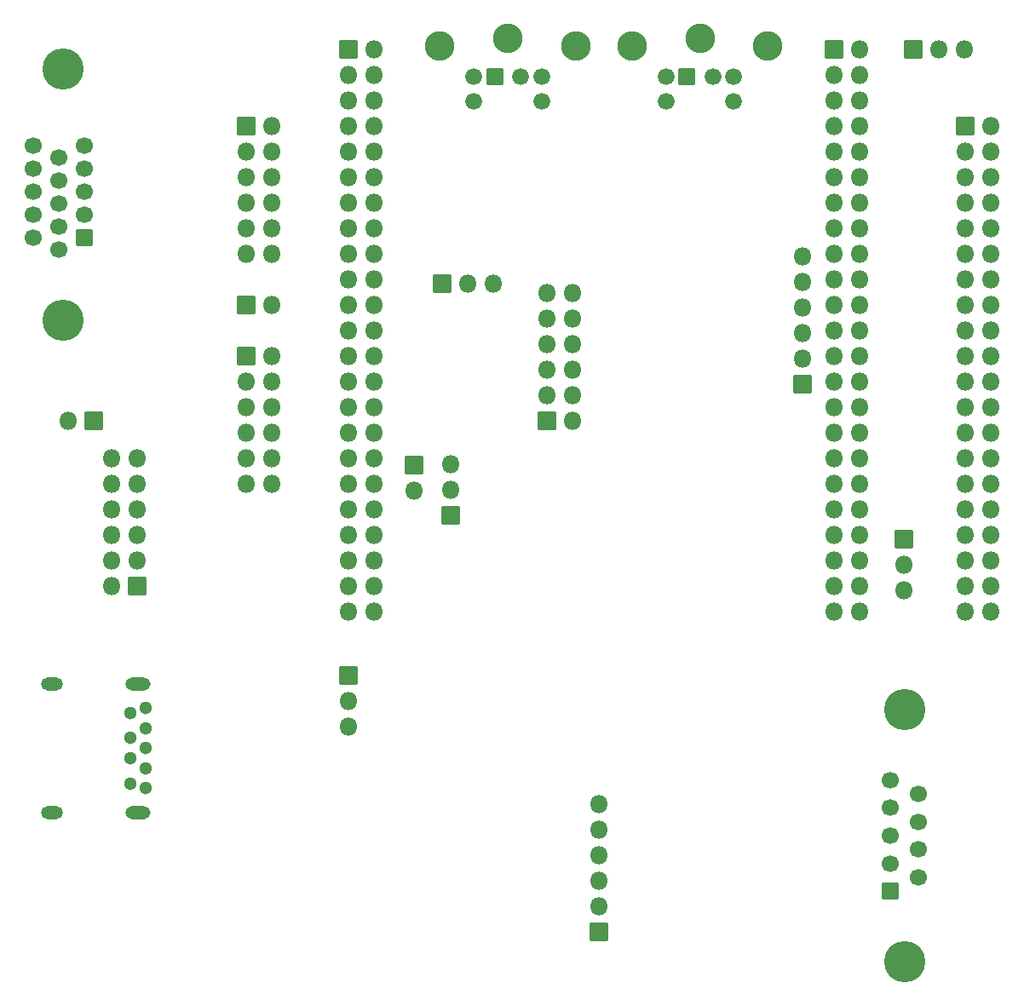
<source format=gbr>
%TF.GenerationSoftware,KiCad,Pcbnew,6.0.0-d3dd2cf0fa~116~ubuntu20.04.1*%
%TF.CreationDate,2022-03-13T21:12:50+01:00*%
%TF.ProjectId,arrow_deca_retro_cape,6172726f-775f-4646-9563-615f72657472,0.71*%
%TF.SameCoordinates,Original*%
%TF.FileFunction,Soldermask,Bot*%
%TF.FilePolarity,Negative*%
%FSLAX46Y46*%
G04 Gerber Fmt 4.6, Leading zero omitted, Abs format (unit mm)*
G04 Created by KiCad (PCBNEW 6.0.0-d3dd2cf0fa~116~ubuntu20.04.1) date 2022-03-13 21:12:50*
%MOMM*%
%LPD*%
G01*
G04 APERTURE LIST*
G04 Aperture macros list*
%AMRoundRect*
0 Rectangle with rounded corners*
0 $1 Rounding radius*
0 $2 $3 $4 $5 $6 $7 $8 $9 X,Y pos of 4 corners*
0 Add a 4 corners polygon primitive as box body*
4,1,4,$2,$3,$4,$5,$6,$7,$8,$9,$2,$3,0*
0 Add four circle primitives for the rounded corners*
1,1,$1+$1,$2,$3*
1,1,$1+$1,$4,$5*
1,1,$1+$1,$6,$7*
1,1,$1+$1,$8,$9*
0 Add four rect primitives between the rounded corners*
20,1,$1+$1,$2,$3,$4,$5,0*
20,1,$1+$1,$4,$5,$6,$7,0*
20,1,$1+$1,$6,$7,$8,$9,0*
20,1,$1+$1,$8,$9,$2,$3,0*%
G04 Aperture macros list end*
%ADD10RoundRect,0.050000X-0.850000X-0.850000X0.850000X-0.850000X0.850000X0.850000X-0.850000X0.850000X0*%
%ADD11O,1.800000X1.800000*%
%ADD12RoundRect,0.050000X0.850000X-0.850000X0.850000X0.850000X-0.850000X0.850000X-0.850000X-0.850000X0*%
%ADD13C,4.100000*%
%ADD14RoundRect,0.050000X-0.800000X0.800000X-0.800000X-0.800000X0.800000X-0.800000X0.800000X0.800000X0*%
%ADD15C,1.700000*%
%ADD16RoundRect,0.050000X0.850000X0.850000X-0.850000X0.850000X-0.850000X-0.850000X0.850000X-0.850000X0*%
%ADD17C,1.300000*%
%ADD18O,2.500000X1.300000*%
%ADD19O,2.200000X1.300000*%
%ADD20RoundRect,0.050800X-0.787400X-0.787400X0.787400X-0.787400X0.787400X0.787400X-0.787400X0.787400X0*%
%ADD21C,1.676400*%
%ADD22C,2.946400*%
%ADD23RoundRect,0.050000X0.800000X-0.800000X0.800000X0.800000X-0.800000X0.800000X-0.800000X-0.800000X0*%
%ADD24RoundRect,0.050000X-0.850000X0.850000X-0.850000X-0.850000X0.850000X-0.850000X0.850000X0.850000X0*%
G04 APERTURE END LIST*
D10*
%TO.C,J9*%
X116825331Y-45645000D03*
D11*
X119365331Y-45645000D03*
X116825331Y-48185000D03*
X119365331Y-48185000D03*
X116825331Y-50725000D03*
X119365331Y-50725000D03*
X116825331Y-53265000D03*
X119365331Y-53265000D03*
X116825331Y-55805000D03*
X119365331Y-55805000D03*
X116825331Y-58345000D03*
X119365331Y-58345000D03*
X116825331Y-60885000D03*
X119365331Y-60885000D03*
X116825331Y-63425000D03*
X119365331Y-63425000D03*
X116825331Y-65965000D03*
X119365331Y-65965000D03*
X116825331Y-68505000D03*
X119365331Y-68505000D03*
X116825331Y-71045000D03*
X119365331Y-71045000D03*
X116825331Y-73585000D03*
X119365331Y-73585000D03*
X116825331Y-76125000D03*
X119365331Y-76125000D03*
X116825331Y-78665000D03*
X119365331Y-78665000D03*
X116825331Y-81205000D03*
X119365331Y-81205000D03*
X116825331Y-83745000D03*
X119365331Y-83745000D03*
X116825331Y-86285000D03*
X119365331Y-86285000D03*
X116825331Y-88825000D03*
X119365331Y-88825000D03*
X116825331Y-91365000D03*
X119365331Y-91365000D03*
X116825331Y-93905000D03*
X119365331Y-93905000D03*
X116825331Y-96445000D03*
X119365331Y-96445000D03*
X116825331Y-98985000D03*
X119365331Y-98985000D03*
X116825331Y-101525000D03*
X119365331Y-101525000D03*
%TD*%
D10*
%TO.C,J8*%
X165085331Y-45645000D03*
D11*
X167625331Y-45645000D03*
X165085331Y-48185000D03*
X167625331Y-48185000D03*
X165085331Y-50725000D03*
X167625331Y-50725000D03*
X165085331Y-53265000D03*
X167625331Y-53265000D03*
X165085331Y-55805000D03*
X167625331Y-55805000D03*
X165085331Y-58345000D03*
X167625331Y-58345000D03*
X165085331Y-60885000D03*
X167625331Y-60885000D03*
X165085331Y-63425000D03*
X167625331Y-63425000D03*
X165085331Y-65965000D03*
X167625331Y-65965000D03*
X165085331Y-68505000D03*
X167625331Y-68505000D03*
X165085331Y-71045000D03*
X167625331Y-71045000D03*
X165085331Y-73585000D03*
X167625331Y-73585000D03*
X165085331Y-76125000D03*
X167625331Y-76125000D03*
X165085331Y-78665000D03*
X167625331Y-78665000D03*
X165085331Y-81205000D03*
X167625331Y-81205000D03*
X165085331Y-83745000D03*
X167625331Y-83745000D03*
X165085331Y-86285000D03*
X167625331Y-86285000D03*
X165085331Y-88825000D03*
X167625331Y-88825000D03*
X165085331Y-91365000D03*
X167625331Y-91365000D03*
X165085331Y-93905000D03*
X167625331Y-93905000D03*
X165085331Y-96445000D03*
X167625331Y-96445000D03*
X165085331Y-98985000D03*
X167625331Y-98985000D03*
X165085331Y-101525000D03*
X167625331Y-101525000D03*
%TD*%
D12*
%TO.C,JP2*%
X126096331Y-68886000D03*
D11*
X128636331Y-68886000D03*
X131176331Y-68886000D03*
%TD*%
D10*
%TO.C,J20*%
X95808800Y-98958400D03*
D11*
X95808800Y-96418400D03*
X95808800Y-93878400D03*
X95808800Y-91338400D03*
X95808800Y-88798400D03*
X95808800Y-86258400D03*
X93268800Y-98958400D03*
X93268800Y-96418400D03*
X93268800Y-93878400D03*
X93268800Y-91338400D03*
X93268800Y-88798400D03*
X93268800Y-86258400D03*
%TD*%
D13*
%TO.C,J1*%
X88475600Y-47548600D03*
X88475600Y-72548600D03*
D14*
X90525600Y-64363600D03*
D15*
X90525600Y-62073600D03*
X90525600Y-59783600D03*
X90525600Y-57493600D03*
X90525600Y-55203600D03*
X87985600Y-65508600D03*
X87985600Y-63218600D03*
X87985600Y-60928600D03*
X87985600Y-58638600D03*
X87985600Y-56348600D03*
X85445600Y-64363600D03*
X85445600Y-62073600D03*
X85445600Y-59783600D03*
X85445600Y-57493600D03*
X85445600Y-55203600D03*
%TD*%
D16*
%TO.C,J16*%
X141730331Y-133351200D03*
D11*
X141730331Y-130811200D03*
X141730331Y-128271200D03*
X141730331Y-125731200D03*
X141730331Y-123191200D03*
X141730331Y-120651200D03*
%TD*%
D17*
%TO.C,J21*%
X95108331Y-111558000D03*
X95108331Y-114058000D03*
X95108331Y-116058000D03*
X95108331Y-118558000D03*
X96608331Y-119058000D03*
X96608331Y-117058000D03*
X96608331Y-115058000D03*
X96608331Y-113058000D03*
X96608331Y-111058000D03*
D18*
X95858331Y-121458000D03*
D19*
X87358331Y-121458000D03*
D18*
X95858331Y-108658000D03*
D19*
X87358331Y-108658000D03*
%TD*%
D16*
%TO.C,J10*%
X136525000Y-82550000D03*
D11*
X139065000Y-82550000D03*
X136525000Y-80010000D03*
X139065000Y-80010000D03*
X136525000Y-77470000D03*
X139065000Y-77470000D03*
X136525000Y-74930000D03*
X139065000Y-74930000D03*
X136525000Y-72390000D03*
X139065000Y-72390000D03*
X136525000Y-69850000D03*
X139065000Y-69850000D03*
%TD*%
D10*
%TO.C,J11*%
X106665331Y-53265000D03*
D11*
X106665331Y-55805000D03*
X106665331Y-58345000D03*
X106665331Y-60885000D03*
X106665331Y-63425000D03*
X106665331Y-65965000D03*
X109205331Y-53265000D03*
X109205331Y-55805000D03*
X109205331Y-58345000D03*
X109205331Y-60885000D03*
X109205331Y-63425000D03*
X109205331Y-65965000D03*
%TD*%
D20*
%TO.C,J5*%
X131344531Y-48312000D03*
D21*
X133935331Y-48312000D03*
X129287131Y-48312000D03*
X135992731Y-48312000D03*
X129287131Y-50801200D03*
X135992731Y-50801200D03*
D22*
X125883531Y-45314800D03*
X132639931Y-44502000D03*
X139396331Y-45314800D03*
%TD*%
D10*
%TO.C,J14*%
X123340331Y-86889200D03*
D11*
X123340331Y-89429200D03*
%TD*%
D20*
%TO.C,J19*%
X150429531Y-48312000D03*
D21*
X153020331Y-48312000D03*
X148372131Y-48312000D03*
X155077731Y-48312000D03*
X148372131Y-50801200D03*
X155077731Y-50801200D03*
D22*
X144968531Y-45314800D03*
X151724931Y-44502000D03*
X158481331Y-45314800D03*
%TD*%
D12*
%TO.C,J15*%
X172972331Y-45594200D03*
D11*
X175512331Y-45594200D03*
X178052331Y-45594200D03*
%TD*%
D13*
%TO.C,J4*%
X172059669Y-136260000D03*
X172059669Y-111260000D03*
D23*
X170639669Y-129300000D03*
D15*
X170639669Y-126530000D03*
X170639669Y-123760000D03*
X170639669Y-120990000D03*
X170639669Y-118220000D03*
X173479669Y-127915000D03*
X173479669Y-125145000D03*
X173479669Y-122375000D03*
X173479669Y-119605000D03*
%TD*%
D16*
%TO.C,J18*%
X126998331Y-91934200D03*
D11*
X126998331Y-89394200D03*
X126998331Y-86854200D03*
%TD*%
D12*
%TO.C,J17*%
X106665331Y-71045000D03*
D11*
X109205331Y-71045000D03*
%TD*%
D10*
%TO.C,J22*%
X116825331Y-107875000D03*
D11*
X116825331Y-110415000D03*
X116825331Y-112955000D03*
%TD*%
D10*
%TO.C,J12*%
X106665331Y-76125000D03*
D11*
X106665331Y-78665000D03*
X106665331Y-81205000D03*
X106665331Y-83745000D03*
X106665331Y-86285000D03*
X106665331Y-88825000D03*
X109205331Y-76125000D03*
X109205331Y-78665000D03*
X109205331Y-81205000D03*
X109205331Y-83745000D03*
X109205331Y-86285000D03*
X109205331Y-88825000D03*
%TD*%
D24*
%TO.C,JP1*%
X91445000Y-82550000D03*
D11*
X88905000Y-82550000D03*
%TD*%
D16*
%TO.C,J3*%
X161910331Y-78919000D03*
D11*
X161910331Y-76379000D03*
X161910331Y-73839000D03*
X161910331Y-71299000D03*
X161910331Y-68759000D03*
X161910331Y-66219000D03*
%TD*%
D10*
%TO.C,J7*%
X172028516Y-94285000D03*
D11*
X172028516Y-96825000D03*
X172028516Y-99365000D03*
%TD*%
D10*
%TO.C,J6*%
X178123516Y-53265000D03*
D11*
X180663516Y-53265000D03*
X178123516Y-55805000D03*
X180663516Y-55805000D03*
X178123516Y-58345000D03*
X180663516Y-58345000D03*
X178123516Y-60885000D03*
X180663516Y-60885000D03*
X178123516Y-63425000D03*
X180663516Y-63425000D03*
X178123516Y-65965000D03*
X180663516Y-65965000D03*
X178123516Y-68505000D03*
X180663516Y-68505000D03*
X178123516Y-71045000D03*
X180663516Y-71045000D03*
X178123516Y-73585000D03*
X180663516Y-73585000D03*
X178123516Y-76125000D03*
X180663516Y-76125000D03*
X178123516Y-78665000D03*
X180663516Y-78665000D03*
X178123516Y-81205000D03*
X180663516Y-81205000D03*
X178123516Y-83745000D03*
X180663516Y-83745000D03*
X178123516Y-86285000D03*
X180663516Y-86285000D03*
X178123516Y-88825000D03*
X180663516Y-88825000D03*
X178123516Y-91365000D03*
X180663516Y-91365000D03*
X178123516Y-93905000D03*
X180663516Y-93905000D03*
X178123516Y-96445000D03*
X180663516Y-96445000D03*
X178123516Y-98985000D03*
X180663516Y-98985000D03*
X178123516Y-101525000D03*
X180663516Y-101525000D03*
%TD*%
M02*

</source>
